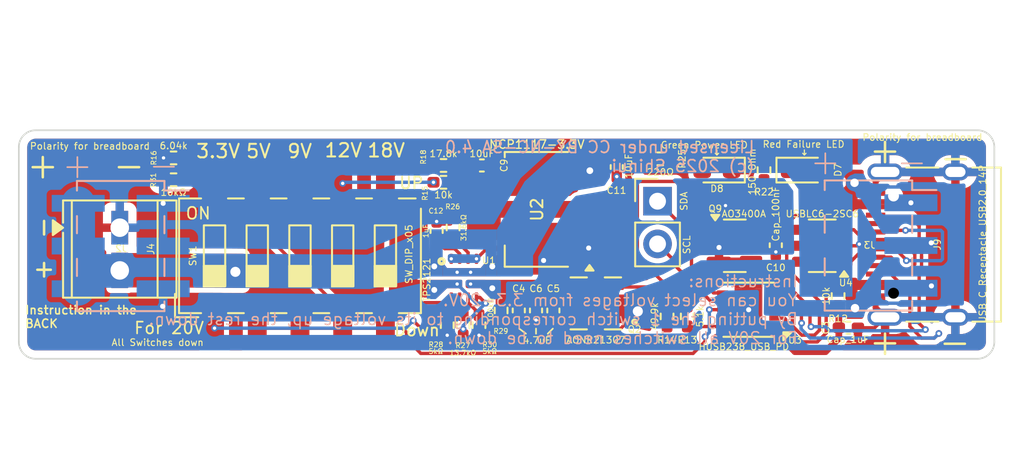
<source format=kicad_pcb>
(kicad_pcb (version 20241229) (generator "pcbnew") (generator_version "9.0")
  (layers (0 "F.Cu" signal) (2 "B.Cu" signal) (13 "F.Paste" user) (15 "B.Paste" user) (5 "F.SilkS" user "F.Silkscreen") (7 "B.SilkS" user "B.Silkscreen") (1 "F.Mask" user) (3 "B.Mask" user) (25 "Edge.Cuts" user))
  (net 0 "")
  (net 1 "GND")
  (net 2 "Net-(U3-VIN)")
  (net 3 "VDD")
  (net 4 "+3.3V")
  (net 5 "/VBUS")
  (net 6 "VCC")
  (net 7 "Net-(U1-SS)")
  (net 8 "Net-(D7-K)")
  (net 9 "Net-(D8-A)")
  (net 10 "Net-(J9-D--PadA7)")
  (net 11 "Net-(J9-D+-PadA6)")
  (net 12 "Net-(J9-CC1)")
  (net 13 "Net-(J9-CC2)")
  (net 14 "SDA 1")
  (net 15 "SCL 1")
  (net 16 "Net-(Q9-D)")
  (net 17 "Net-(Q9-G)")
  (net 18 "Net-(U3-Gate)")
  (net 19 "Net-(R15-Pad2)")
  (net 20 "Net-(R16-Pad2)")
  (net 21 "Net-(R18-Pad2)")
  (net 22 "Net-(U1-ILIM)")
  (net 23 "Net-(U1-OV2)")
  (net 24 "Net-(U1-OV1)")
  (net 25 "/SET")
  (net 26 "Net-(U3-VSET)")
  (net 28 "/USB_P")
  (net 29 "/USB_M")
  (footprint "Capacitor_SMD:C_0402_1005Metric_Pad0.74x0.62mm_HandSolder" (layer "F.Cu") (at 136.78075 116.9225 90)
    (property "Reference" "C5")
    (property "Value" "4.7uF")
  )
  (footprint "Package_DFN_QFN:DFN-10-1EP_3x3mm_P0.5mm_EP1.55x2.48mm" (layer "F.Cu") (at 148.39325 116.8775 180)
    (property "Reference" "U3")
    (property "Value" "HUSB238_USB_PD")
  )
  (footprint "Capacitor_SMD:C_0402_1005Metric_Pad0.74x0.62mm_HandSolder" (layer "F.Cu") (at 134.725 116.92 90)
    (property "Reference" "C4")
    (property "Value" "Cap_4.7uF" (hide yes))
  )
  (footprint "Resistor_SMD:R_0402_1005Metric_Pad0.72x0.64mm_HandSolder" (layer "F.Cu") (at 143.13575 107.905 180)
    (property "Reference" "R25")
    (property "Value" "220Ω")
  )
  (footprint "Resistor_SMD:R_0402_1005Metric_Pad0.72x0.64mm_HandSolder" (layer "F.Cu") (at 130.47 117.7975 90)
    (property "Reference" "R28")
    (property "Value" "5kΩ")
  )
  (footprint "Resistor_SMD:R_0402_1005Metric_Pad0.72x0.64mm_HandSolder" (layer "F.Cu") (at 153.71 116.06 90)
    (property "Reference" "R12")
    (property "Value" "10k")
  )
  (footprint "Package_TO_SOT_SMD:SOT-23-6" (layer "F.Cu") (at 152.76825 113.075 180)
    (property "Reference" "U4")
    (property "Value" "USBLC6-2SC6")
  )
  (footprint "Capacitor_SMD:C_0402_1005Metric_Pad0.74x0.62mm_HandSolder" (layer "F.Cu") (at 129.84 112.1975 -90)
    (property "Reference" "C12")
    (property "Value" "1uF")
  )
  (footprint "Resistor_SMD:R_0402_1005Metric_Pad0.72x0.64mm_HandSolder" (layer "F.Cu") (at 131.42 117.7975 -90)
    (property "Reference" "R27")
    (property "Value" "13.7kΩ")
  )
  (footprint "Capacitor_SMD:C_0402_1005Metric_Pad0.74x0.62mm_HandSolder" (layer "F.Cu") (at 150.00575 113.0425 90)
    (property "Reference" "C10")
    (property "Value" "Cap_100nF")
  )
  (footprint "Resistor_SMD:R_0402_1005Metric_Pad0.72x0.64mm_HandSolder" (layer "F.Cu") (at 144.74325 117.275 90)
    (property "Reference" "R13")
    (property "Value" "5.1k")
  )
  (footprint "Package_TO_SOT_SMD:SOT-23" (layer "F.Cu") (at 147.56825 113.075)
    (property "Reference" "Q9")
    (property "Value" "AO3400A")
  )
  (footprint "Connector_USB:USB_C_Receptacle_XKB_U262-16XN-4BVC11" (layer "F.Cu") (at 159.61075 113.005 90)
    (property "Reference" "J9")
    (property "Value" "USB_C_Receptacle_USB2.0_14P")
  )
  (footprint "Resistor_SMD:R_0402_1005Metric_Pad0.72x0.64mm_HandSolder" (layer "F.Cu") (at 130.25 108.3 180)
    (property "Reference" "R18")
    (property "Value" "17.8k")
  )
  (footprint "Resistor_SMD:R_0402_1005Metric_Pad0.72x0.64mm_HandSolder" (layer "F.Cu") (at 133.675 116.9225 90)
    (property "Reference" "R29")
    (property "Value" "100kΩ")
  )
  (footprint "LED_SMD:LED_0603_1608Metric_Pad1.05x0.95mm_HandSolder" (layer "F.Cu") (at 146.50575 108.575 180)
    (property "Reference" "D8")
    (property "Value" "Green Power LED")
  )
  (footprint "Resistor_SMD:R_0402_1005Metric_Pad0.72x0.64mm_HandSolder" (layer "F.Cu") (at 143.54325 117.275 -90)
    (property "Reference" "R14")
    (property "Value" "49.9k")
  )
  (footprint "Resistor_SMD:R_0402_1005Metric_Pad0.72x0.64mm_HandSolder" (layer "F.Cu") (at 149.30575 108.5725 -90)
    (property "Reference" "R22")
    (property "Value" "150 Ohm")
  )
  (footprint "Resistor_SMD:R_0402_1005Metric_Pad0.72x0.64mm_HandSolder" (layer "F.Cu") (at 114.2 107.85)
    (property "Reference" "R16")
    (property "Value" "6.04k")
  )
  (footprint "Capacitor_SMD:C_0402_1005Metric_Pad0.74x0.62mm_HandSolder" (layer "F.Cu") (at 135.75 116.9225 90)
    (property "Reference" "C6")
    (property "Value" "Cap_4.7uF" (hide yes))
  )
  (footprint "tps2121:IC_TPS2121RUXR" (layer "F.Cu") (at 131.46 115)
    (property "Reference" "U1")
    (property "Value" "TPS2121")
  )
  (footprint "Capacitor_SMD:C_0402_1005Metric_Pad0.74x0.62mm_HandSolder" (layer "F.Cu") (at 132.53 108.3)
    (property "Reference" "C9")
    (property "Value" "10uF")
  )
  (footprint "Package_TO_SOT_SMD:SOT-223-3_TabPin2" (layer "F.Cu") (at 135.8 110.91 180)
    (property "Reference" "U2")
    (property "Value" "NCP1117-3.3V")
  )
  (footprint "LED_SMD:LED_0603_1608Metric_Pad1.05x0.95mm_HandSolder" (layer "F.Cu") (at 151.70575 108.575)
    (property "Reference" "D7")
    (property "Value" "Red Failure LED")
  )
  (footprint "Button_Switch_SMD:SW_DIP_SPSTx05_Slide_6.7x14.26mm_W8.61mm_P2.54mm_LowProfile" (layer "F.Cu") (at 121.71575 113.67 90)
    (property "Reference" "SW1")
    (property "Value" "SW_DIP_x05")
  )
  (footprint "Resistor_SMD:R_0402_1005Metric_Pad0.72x0.64mm_HandSolder" (layer "F.Cu") (at 114.2 109.15 180)
    (property "Reference" "R31")
    (property "Value" "10kΩ")
  )
  (footprint "Capacitor_SMD:C_0402_1005Metric_Pad0.74x0.62mm_HandSolder" (layer "F.Cu") (at 154.3225 117.95 180)
    (property "Reference" "C3")
    (property "Value" "Cap_1uF")
  )
  (footprint "AONR21307:TRANS_AONR21307" (layer "F.Cu") (at 139.30575 116.5 180)
    (property "Reference" "Q2")
    (property "Value" "AONR21307")
  )
  (footprint "Capacitor_SMD:C_0402_1005Metric_Pad0.74x0.62mm_HandSolder" (layer "F.Cu") (at 140.55 108.3925 -90)
    (property "Reference" "C11")
    (property "Value" "10uF")
  )
  (footprint "TerminalBlock_TE-Connectivity:TerminalBlock_TE_282834-2_1x02_P2.54mm_Horizontal" (layer "F.Cu") (at 111 112 -90)
    (property "Reference" "J4")
    (property "Value" "Conn_01x02_Pin" (hide yes))
  )
  (footprint "Resistor_SMD:R_0402_1005Metric_Pad0.72x0.64mm_HandSolder" (layer "F.Cu") (at 132.36 117.7975 90)
    (property "Reference" "R30")
    (property "Value" "5kΩ")
  )
  (footprint "Resistor_SMD:R_0402_1005Metric_Pad0.72x0.64mm_HandSolder" (layer "F.Cu") (at 130.82 111.9875 90)
    (property "Reference" "R26")
    (property "Value" "31.6 kΩ")
  )
  (footprint "Connector_PinHeader_2.54mm:PinHeader_1x02_P2.54mm_Vertical" (layer "F.Cu") (at 142.97575 110.425)
    (property "Reference" "N21" (hide yes))
    (property "Value" "Conn_01x02_Pin" (hide yes))
  )
  (footprint "Resistor_SMD:R_0402_1005Metric_Pad0.72x0.64mm_HandSolder" (layer "F.Cu") (at 130.25 109.3 180)
    (property "Reference" "R15")
    (property "Value" "10k")
  )
  (footprint "Connector_PinHeader_2.54mm:PinHeader_2x03_P2.54mm_Vertical_SMD" (layer "B.Cu") (at 111.055 113.09 180)
    (property "Reference" "J2")
    (property "Value" "Conn_02x02_Counter_Clockwise" (hide yes))
  )
  (footprint "Connector_PinHeader_2.54mm:PinHeader_2x03_P2.54mm_Vertical_SMD" (layer "B.Cu") (at 155.515 113.06 180)
    (property "Reference" "J3")
    (property "Value" "Conn_02x02_Counter_Clockwise" (hide yes))
  )
  (gr_line (start 155.9 107.475) (end 157.1 107.475) (stroke (width 0.15)) (layer "F.SilkS"))
  (gr_line (start 151.70575 107.375) (end 151.70575 107.675) (stroke (width 0.07)) (layer "F.SilkS"))
  (gr_line (start 151.70575 107.675) (end 151.80575 107.575) (stroke (width 0.07)) (layer "F.SilkS"))
  (gr_line (start 156.5 106.9) (end 156.5 108.1) (stroke (width 0.15)) (layer "F.SilkS"))
  (gr_line (start 106.425 107.8) (end 106.425 109) (stroke (width 0.15)) (layer "F.SilkS"))
  (gr_line (start 146.50575 107.675) (end 146.40575 107.575) (stroke (width 0.07)) (layer "F.SilkS"))
  (gr_line (start 151.70575 107.675) (end 151.60575 107.575) (stroke (width 0.07)) (layer "F.SilkS"))
  (gr_line (start 106.5 114.1) (end 106.5 114.9) (stroke (width 0.15)) (layer "F.SilkS"))
  (gr_line (start 146.50575 107.675) (end 146.60575 107.575) (stroke (width 0.07)) (layer "F.SilkS"))
  (gr_line (start 135.15 118.3) (end 134.75 118) (stroke (width 0.1)) (layer "F.SilkS"))
  (gr_line (start 155.9 118.875) (end 157.1 118.875) (stroke (width 0.15)) (layer "F.SilkS"))
  (gr_line (start 160.1 107.925) (end 161.3 107.925) (stroke (width 0.15)) (layer "F.SilkS"))
  (gr_line (start 136.45 118.3) (end 136.75 118) (stroke (width 0.1)) (layer "F.SilkS"))
  (gr_line (start 135.75 118.3) (end 135.75 118) (stroke (width 0.1)) (layer "F.SilkS"))
  (gr_line (start 160.05 118.9) (end 161.25 118.9) (stroke (width 0.15)) (layer "F.SilkS"))
  (gr_line (start 110.95 108.4) (end 112.15 108.4) (stroke (width 0.15)) (layer "F.SilkS"))
  (gr_line (start 156.5 118.3) (end 156.5 119.5) (stroke (width 0.15)) (layer "F.SilkS"))
  (gr_line (start 106.5 111.6) (end 106.5 112.4) (stroke (width 0.15)) (layer "F.SilkS"))
  (gr_line (start 106.1 114.5) (end 106.9 114.5) (stroke (width 0.15)) (layer "F.SilkS"))
  (gr_line (start 146.50575 107.375) (end 146.50575 107.675) (stroke (width 0.07)) (layer "F.SilkS"))
  (gr_line (start 105.825 108.4) (end 107.025 108.4) (stroke (width 0.15)) (layer "F.SilkS"))
  (gr_line (start 152.95 107.575) (end 152.95 108.775) (stroke (width 0.1)) (layer "B.SilkS"))
  (gr_line (start 157.5 108.175) (end 158.7 108.175) (stroke (width 0.1)) (layer "B.SilkS"))
  (gr_line (start 113.025 108.375) (end 114.225 108.375) (stroke (width 0.1)) (layer "B.SilkS"))
  (gr_line (start 152.35 108.175) (end 153.55 108.175) (stroke (width 0.1)) (layer "B.SilkS"))
  (gr_line (start 107.88 108.4) (end 109.08 108.4) (stroke (width 0.1)) (layer "B.SilkS"))
  (gr_line (start 108.48 107.8) (end 108.48 109) (stroke (width 0.1)) (layer "B.SilkS"))
  (gr_line (start 106 106.207107) (end 162 106.207107) (stroke (width 0.1)) (layer "Edge.Cuts"))
  (gr_line (start 162 119.792905) (end 106 119.792905) (stroke (width 0.1)) (layer "Edge.Cuts"))
  (gr_line (start 163 107.207107) (end 163 118.793) (stroke (width 0.1)) (layer "Edge.Cuts"))
  (gr_line (start 105 118.789738) (end 105 107.207107) (stroke (width 0.1)) (layer "Edge.Cuts"))
  (gr_arc (start 162 106.207107) (mid 162.707107 106.5) (end 163 107.207107) (stroke (width 0.1)) (layer "Edge.Cuts"))
  (gr_arc (start 163 118.792905) (mid 162.707136 119.500041) (end 162 119.792905) (stroke (width 0.1)) (layer "Edge.Cuts"))
  (gr_arc (start 106 119.792905) (mid 105.292905 119.5) (end 105 118.792905) (stroke (width 0.1)) (layer "Edge.Cuts"))
  (gr_arc (start 105 107.207107) (mid 105.29287 106.499978) (end 106 106.207107) (stroke (width 0.1)) (layer "Edge.Cuts"))
  (gr_text "For 20V" (at 111.8 118.375 0) (layer "F.SilkS") (effects (font (size 0.7 0.7) (thickness 0.1)) (justify left bottom)))
  (gr_text "5V" (at 119.25 107.45 0) (layer "F.SilkS") (effects (font (size 0.8 0.8) (thickness 0.12))))
  (gr_text "UP" (at 127.55 109.75 0) (layer "F.SilkS") (effects (font (size 0.7 0.7) (thickness 0.11)) (justify left bottom)))
  (gr_text "12V" (at 124.3 107.4 0) (layer "F.SilkS") (effects (font (size 0.8 0.8) (thickness 0.12))))
  (gr_text "Polarity for breadboard" (at 158.725 106.625 0) (layer "F.SilkS") (effects (font (size 0.4 0.4) (thickness 0.06))))
  (gr_text "9V" (at 121.7 107.45 0) (layer "F.SilkS") (effects (font (size 0.8 0.8) (thickness 0.12))))
  (gr_text "SCL" (at 144.71575 113.015 90) (layer "F.SilkS") (effects (font (size 0.4 0.4) (thickness 0.06))))
  (gr_text "Instruction in the\nBACK" (at 105.325 117.3 0) (layer "F.SilkS") (effects (font (size 0.5 0.5) (thickness 0.09) (bold yes)) (justify left)))
  (gr_text "Down" (at 127.25 118.5 0) (layer "F.SilkS") (effects (font (size 0.7 0.7) (thickness 0.11)) (justify left bottom)))
  (gr_text "3.3V" (at 116.85 107.45 0) (layer "F.SilkS") (effects (font (size 0.8 0.8) (thickness 0.12))))
  (gr_text "Polarity for breadboard" (at 109.225 107.15 0) (layer "F.SilkS") (effects (font (size 0.4 0.4) (thickness 0.06))))
  (gr_text "All Switches down\n" (at 113.25 118.825 0) (layer "F.SilkS") (effects (font (size 0.4 0.4) (thickness 0.06))))
  (gr_text "SDA" (at 144.54575 110.425 90) (layer "F.SilkS") (effects (font (size 0.4 0.4) (thickness 0.06))))
  (gr_text "ON" (at 114.86575 111.555 0) (layer "F.SilkS") (effects (font (size 0.7 0.7) (thickness 0.1)) (justify left bottom)))
  (gr_text "18V" (at 126.84575 107.405 0) (layer "F.SilkS") (effects (font (size 0.8 0.8) (thickness 0.12))))
  (gr_text "Licensed under CC BY-NC-SA 4.0\n(c) 2025 Shinui\n" (at 148.8 108.744988 0) (layer "B.SilkS") (effects (font (size 0.7 0.7) (thickness 0.1)) (justify left bottom mirror)))
  (gr_text "Instructions:\nYou can select voltages from 3.3-20V.\nBy putting the 1 switch corresponding to its voltage up, the rest down.\nFor 20V all switches need to be down. \n" (at 151.375 118.975 0) (layer "B.SilkS") (effects (font (size 0.7 0.7) (thickness 0.0875)) (justify left bottom mirror)))
  (segment (start 155.94075 109.25) (end 156.50575 108.685) (width 0.35) (layer "F.Cu") (net 1))
  (segment (start 154.97 112.98) (end 154.91 112.98) (width 0.2) (layer "F.Cu") (net 1))
  (segment (start 148.39325 118.3375) (end 148.39325 116.8775) (width 0.8) (layer "F.Cu") (net 1))
  (segment (start 155.94075 109.655) (end 155.94075 109.929) (width 0.35) (layer "F.Cu") (net 1))
  (segment (start 150.01 113.60575) (end 150.00575 113.61) (width 0.2) (layer "F.Cu") (net 1))
  (segment (start 147.66925 112.465968) (end 146.960216 113.175002) (width 0.2) (layer "F.Cu") (net 1))
  (segment (start 155.94075 116.355) (end 155.94075 116.081) (width 0.35) (layer "F.Cu") (net 1))
  (segment (start 146.63075 113.175002) (end 146.63075 114.025) (width 0.4) (layer "F.Cu") (net 1))
  (segment (start 155.88075 117.95) (end 156.50575 117.325) (width 0.2) (layer "F.Cu") (net 1))
  (segment (start 154.91 112.98) (end 154.815 113.075) (width 0.2) (layer "F.Cu") (net 1))
  (segment (start 148.39325 115.4475) (end 148.39575 115.445) (width 0.8) (layer "F.Cu") (net 1))
  (segment (start 148.39325 116.8775) (end 148.39325 115.4475) (width 0.8) (layer "F.Cu") (net 1))
  (segment (start 130.82 111.39) (end 130.08 111.39) (width 0.2) (layer "F.Cu") (net 1))
  (segment (start 136.2 113.95) (end 135 113.95) (width 0.2) (layer "F.Cu") (net 1))
  (segment (start 134.35 113.3) (end 132.76 113.3) (width 0.2) (layer "F.Cu") (net 1))
  (segment (start 134.725 117.4875) (end 135.7475 117.4875) (width 0.2) (layer "F.Cu") (net 1))
  (segment (start 154.89 117.95) (end 155.88075 117.95) (width 0.2) (layer "F.Cu") (net 1))
  (segment (start 146.960216 113.175002) (end 146.63075 113.175002) (width 0.2) (layer "F.Cu") (net 1))
  (segment (start 155.94075 109.655) (end 155.94075 109.25) (width 0.35) (layer "F.Cu") (net 1))
  (segment (start 135 113.95) (end 134.35 113.3) (width 0.2) (layer "F.Cu") (net 1))
  (segment (start 135.7475 117.4875) (end 135.75 117.49) (width 0.2) (layer "F.Cu") (net 1))
  (segment (start 147.66925 111.3385) (end 147.66925 112.465968) (width 0.2) (layer "F.Cu") (net 1))
  (segment (start 155.94075 116.76) (end 156.50575 117.325) (width 0.35) (layer "F.Cu") (net 1))
  (segment (start 136.78075 117.49) (end 135.75 117.49) (width 0.2) (layer "F.Cu") (net 1))
  (segment (start 148.39325 118.3375) (end 148.38575 118.345) (width 0.8) (layer "F.Cu") (net 1))
  (segment (start 150.01 113.44) (end 150.01 113.60575) (width 0.2) (layer "F.Cu") (net 1))
  (segment (start 147.01575 110.685) (end 147.66925 111.3385) (width 0.2) (layer "F.Cu") (net 1))
  (segment (start 132.76 113.3) (end 132.21 113.85) (width 0.2) (layer "F.Cu") (net 1))
  (segment (start 155.94075 116.355) (end 155.94075 116.76) (width 0.35) (layer "F.Cu") (net 1))
  (segment (start 113.6025 109.15) (end 113.6025 107.85) (width 0.2) (layer "F.Cu") (net 1))
  (segment (start 154.815 113.075) (end 153.90575 113.075) (width 0.2) (layer "F.Cu") (net 1))
  (segment (start 130.08 111.39) (end 129.84 111.63) (width 0.2) (layer "F.Cu") (net 1))
  (via (at 140.55 108.96) (size 0.4) (drill 0.2) (layers "F.Cu" "B.Cu") (net 1))
  (via (at 159.25 112.9) (size 0.6) (drill 0.3) (layers "F.Cu" "B.Cu") (net 1))
  (via (at 113.55 116.675) (size 0.6) (drill 0.3) (layers "F.Cu" "B.Cu") (net 1))
  (via (at 132.36 118.395) (size 0.4) (drill 0.2) (layers "F.Cu" "B.Cu") (net 1))
  (via (at 154.97 112.98) (size 0.4) (drill 0.2) (layers "F.Cu" "B.Cu") (net 1))
  (via (at 130.71 113.85) (size 0.4) (drill 0.2) (layers "F.Cu" "B.Cu") (net 1))
  (via (at 147.01575 110.685) (size 0.4) (drill 0.2) (layers "F.Cu" "B.Cu") (net 1))
  (via (at 150.01 113.44) (size 0.4) (drill 0.2) (layers "F.Cu" "B.Cu") (net 1))
  (via (at 113.6025 107.85) (size 0.4) (drill 0.2) (layers "F.Cu" "B.Cu") (net 1))
  (via (at 130.47 118.395) (size 0.4) (drill 0.2) (layers "F.Cu" "B.Cu") (net 1))
  (via (at 129.84 111.63) (size 0.4) (drill 0.2) (layers "F.Cu" "B.Cu") (net 1))
  (via (at 158.04 110.52) (size 0.6) (drill 0.3) (layers "F.Cu" "B.Cu") (net 1))
  (via (at 132.21 113.85) (size 0.4) (drill 0.2) (layers "F.Cu" "B.Cu") (net 1))
  (via (at 138.88 113.21) (size 0.6) (drill 0.3) (layers "F.Cu" "B.Cu") (net 1))
  (via (at 136.2 113.95) (size 0.6) (drill 0.3) (layers "F.Cu" "B.Cu") (net 1))
  (via (at 159.26 115.46) (size 0.6) (drill 0.3) (layers "F.Cu" "B.Cu") (net 1))
  (via (at 148.39325 116.8775) (size 0.6) (drill 0.3) (layers "F.Cu" "B.Cu") (net 1))
  (via (at 113.58 110.55) (size 0.6) (drill 0.3) (layers "F.Cu" "B.Cu") (net 1))
  (via (at 146.63075 113.175002) (size 0.6) (drill 0.3) (layers "F.Cu" "B.Cu") (net 1))
  (via (at 135.75 117.49) (size 0.4) (drill 0.2) (layers "F.Cu" "B.Cu") (net 1))
  (segment (start 113.58 115.63) (end 113.58 116.645) (width 0.5) (layer "B.Cu") (net 1))
  (segment (start 113.58 116.645) (end 113.55 116.675) (width 0.5) (layer "B.Cu") (net 1))
  (segment (start 142.65 111.7) (end 143.3 111.7) (width 0.2) (layer "B.Cu") (net 1))
  (segment (start 143.3 111.7) (end 143.325 111.725) (width 0.2) (layer "B.Cu") (net 1))
  (segment (start 154.97 112.98) (end 155.05 113.06) (width 0.2) (layer "B.Cu") (net 1))
  (segment (start 155.05 113.06) (end 158.04 113.06) (width 0.2) (layer "B.Cu") (net 1))
  (segment (start 149.94325 117.8775) (end 149.94325 118.16325) (width 0.4) (layer "F.Cu") (net 2))
  (segment (start 151.15 119.37) (end 152.96 119.37) (width 0.4) (layer "F.Cu") (net 2))
  (segment (start 153.755 118.575) (end 153.755 117.95) (width 0.4) (layer "F.Cu") (net 2))
  (segment (start 153.755 117.95) (end 153.755 116.7025) (width 0.4) (layer "F.Cu") (net 2))
  (segment (start 149.94325 118.16325) (end 151.15 119.37) (width 0.4) (layer "F.Cu") (net 2))
  (segment (start 153.755 116.7025) (end 153.71 116.6575) (width 0.4) (layer "F.Cu") (net 2))
  (segment (start 152.96 119.37) (end 153.755 118.575) (width 0.4) (layer "F.Cu") (net 2))
  (via (at 133.15 115.6) (size 0.7) (drill 0.35) (layers "F.Cu" "B.Cu") (net 3))
  (segment (start 139.758098 110.91) (end 138.95 110.91) (width 0.4) (layer "F.Cu") (net 4))
  (segment (start 131.42 118.03) (end 131.42 118.395) (width 0.2) (layer "F.Cu") (net 4))
  (segment (start 131.9625 108.3) (end 131.9625 110.2225) (width 0.4) (layer "F.Cu") (net 4))
  (segment (start 132.412838 116.15) (end 132.752645 116.489807) (width 0.2) (layer "F.Cu") (net 4))
  (segment (start 131.9625 110.2225) (end 132.65 110.91) (width 0.4) (layer "F.Cu") (net 4))
  (segment (start 132.65 110.91) (end 138.95 110.91) (width 1) (layer "F.Cu") (net 4))
  (segment (start 142.180751 107.905) (end 141.261 108.824751) (width 0.4) (layer "F.Cu") (net 4))
  (segment (start 132.21 116.15) (end 132.412838 116.15) (width 0.2) (layer "F.Cu") (net 4))
  (segment (start 141.261 108.824751) (end 141.261 109.407098) (width 0.4) (layer "F.Cu") (net 4))
  (segment (start 142.53825 107.905) (end 142.180751 107.905) (width 0.4) (layer "F.Cu") (net 4))
  (segment (start 141.261 109.407098) (end 139.758098 110.91) (width 0.4) (layer "F.Cu") (net 4))
  (via (at 129.7 115.7) (size 0.7) (drill 0.35) (layers "F.Cu" "B.Cu") (net 4))
  (via (at 132.752645 116.489807) (size 0.4) (drill 0.2) (layers "F.Cu" "B.Cu") (net 4))
  (via (at 131.42 118.03) (size 0.4) (drill 0.2) (layers "F.Cu" "B.Cu") (net 4))
  (segment (start 131.42 118.03) (end 131.42 117.822452) (width 0.2) (layer "B.Cu") (net 4))
  (segment (start 131.42 117.822452) (end 132.752645 116.489807) (width 0.2) (layer "B.Cu") (net 4))
  (segment (start 132.752645 116.489807) (end 132.199807 116.489807) (width 0.2) (layer "B.Cu") (net 4))
  (segment (start 132.199807 116.489807) (end 131.06 115.35) (width 0.2) (layer "B.Cu") (net 4))
  (segment (start 152.74425 114.43425) (end 153.865 115.555) (width 0.5) (layer "F.Cu") (net 5))
  (segment (start 152.68925 113.075) (end 152.74425 113.02) (width 0.2) (layer "F.Cu") (net 5))
  (segment (start 154.717043 116.407043) (end 154.717043 116.78329) (width 0.5) (layer "F.Cu") (net 5))
  (segment (start 140.70575 117.475) (end 141.40575 117.475) (width 0.4) (layer "F.Cu") (net 5))
  (segment (start 140.70575 116.175) (end 141.00575 116.175) (width 0.4) (layer "F.Cu") (net 5))
  (segment (start 153.71 115.4625) (end 153.7725 115.4625) (width 0.2) (layer "F.Cu") (net 5))
  (segment (start 151.63075 113.075) (end 152.68925 113.075) (width 0.2) (layer "F.Cu") (net 5))
  (segment (start 130.0795 119.0535) (end 139.7215 119.0535) (width 0.2) (layer "F.Cu") (net 5))
  (segment (start 151.176975 111.274307) (end 152.74425 111.274307) (width 0.2) (layer "F.Cu") (net 5))
  (segment (start 141.65575 116.825) (end 141.85575 117.025) (width 0.4) (layer "F.Cu") (net 5))
  (segment (start 153.865 115.555) (end 154.717043 116.407043) (width 0.5) (layer "F.Cu") (net 5))
  (segment (start 153.7725 115.4625) (end 153.865 115.555) (width 0.2) (layer "F.Cu") (net 5))
  (segment (start 150.00575 112.475) (end 150.00575 112.445532) (width 0.2) (layer "F.Cu") (net 5))
  (segment (start 152.74425 111.274307) (end 152.74425 113.02) (width 0.5) (layer "F.Cu") (net 5))
  (segment (start 152.74425 113.02) (end 152.74425 114.43425) (width 0.5) (layer "F.Cu") (net 5))
  (segment (start 153.931879 108.575) (end 154.687718 109.330839) (width 0.4) (layer "F.Cu") (net 5))
  (segment (start 139.7215 119.0535) (end 141.802875 116.972125) (width 0.2) (layer "F.Cu") (net 5))
  (segment (start 150.00575 112.445532) (end 151.176975 111.274307) (width 0.2) (layer "F.Cu") (net 5))
  (segment (start 130.0795 119.0535) (end 129.9785 119.0535) (width 0.2) (layer "F.Cu") (net 5))
  (segment (start 142.69575 117.025) (end 143.54325 117.8725) (width 0.4) (layer "F.Cu") (net 5))
  (segment (start 152.58075 108.575) (end 153.931879 108.575) (width 0.4) (layer "F.Cu") (net 5))
  (segment (start 154.687718 109.330839) (end 152.74425 111.274307) (width 0.5) (layer "F.Cu") (net 5))
  (segment (start 140.70575 116.825) (end 141.65575 116.825) (width 0.4) (layer "F.Cu") (net 5))
  (segment (start 141.85575 117.025) (end 142.69575 117.025) (width 0.4) (layer "F.Cu") (net 5))
  (segment (start 141.802875 116.972125) (end 141.85575 117.025) (width 0.4) (layer "F.Cu") (net 5))
  (segment (start 129.9785 119.0535) (end 128.45 117.525) (width 0.2) (layer "F.Cu") (net 5))
  (segment (start 141.00575 116.175) (end 141.802875 116.972125) (width 0.4) (layer "F.Cu") (net 5))
  (segment (start 141.40575 117.475) (end 141.85575 117.025) (width 0.4) (layer "F.Cu") (net 5))
  (via (at 141.802875 116.972125) (size 1.2) (drill 0.6) (layers "F.Cu" "B.Cu") (net 5))
  (via (at 116.63575 117.975) (size 0.4) (drill 0.2) (layers "F.Cu" "B.Cu") (net 5))
  (via (at 128.45 117.525) (size 0.4) (drill 0.2) (layers "F.Cu" "B.Cu") (net 5))
  (via (at 154.717043 116.78329) (size 1) (drill 0.5) (layers "F.Cu" "B.Cu") (net 5))
  (via (at 154.687718 109.330839) (size 1) (drill 0.5) (layers "F.Cu" "B.Cu") (net 5))
  (segment (start 116.63575 117.975) (end 128 117.975) (width 0.2) (layer "B.Cu") (net 5))
  (segment (start 128 117.975) (end 128.45 117.525) (width 0.2) (layer "B.Cu") (net 5))
  (segment (start 156.61 116.49) (end 157.43 116.49) (width 0.2) (layer "B.Cu") (net 5))
  (segment (start 156.59 109.58) (end 157.41 109.58) (width 0.2) (layer "B.Cu") (net 5))
  (segment (start 138.95 108.61) (end 139.735 107.825) (width 0.5) (layer "F.Cu") (net 6))
  (segment (start 139.735 107.825) (end 140.55 107.825) (width 0.5) (layer "F.Cu") (net 6))
  (via (at 117.875 114.625) (size 1.2) (drill 0.6) (layers "F.Cu" "B.Cu") (net 6))
  (via (at 133.15 114.3) (size 0.7) (drill 0.35) (layers "F.Cu" "B.Cu") (net 6))
  (via (at 129.7 114.3) (size 0.7) (drill 0.35) (layers "F.Cu" "B.Cu") (net 6))
  (via (at 138.95 108.61) (size 0.8) (drill 0.4) (layers "F.Cu" "B.Cu") (net 6))
  (segment (start 108.53 114.57) (end 110.804 114.57) (width 2) (layer "B.Cu") (net 6))
  (segment (start 108.53 114.57) (end 108.53 115.63) (width 2) (layer "B.Cu") (net 6))
  (segment (start 108.53 110.55) (end 108.53 114.57) (width 2) (layer "B.Cu") (net 6))
  (segment (start 110.804 114.57) (end 110.804 114.58) (width 2) (layer "B.Cu") (net 6))
  (segment (start 130.9025 113.2435) (end 131.21 113.551) (width 0.2) (layer "F.Cu") (net 7))
  (segment (start 129.84 112.765) (end 130.3185 113.2435) (width 0.2) (layer "F.Cu") (net 7))
  (segment (start 131.21 113.551) (end 131.21 113.85) (width 0.2) (layer "F.Cu") (net 7))
  (segment (start 130.3185 113.2435) (end 130.9025 113.2435) (width 0.2) (layer "F.Cu") (net 7))
  (segment (start 149.30575 107.975) (end 150.23075 107.975) (width 0.4) (layer "F.Cu") (net 8))
  (segment (start 150.23075 107.975) (end 150.83075 108.575) (width 0.4) (layer "F.Cu") (net 8))
  (segment (start 144.96075 107.905) (end 145.63075 108.575) (width 0.4) (layer "F.Cu") (net 9))
  (segment (start 143.73325 107.905) (end 144.96075 107.905) (width 0.4) (layer "F.Cu") (net 9))
  (segment (start 155.94075 112.755) (end 157.454271 112.755) (width 0.2) (layer "F.Cu") (net 10))
  (segment (start 154.645 112.125) (end 155.275 112.755) (width 0.2) (layer "F.Cu") (net 10))
  (segment (start 157.562479 114.461002) (end 157.977521 114.461002) (width 0.2) (layer "F.Cu") (net 10))
  (segment (start 153.90575 112.125) (end 154.645 112.125) (width 0.2) (layer "F.Cu") (net 10))
  (segment (start 155.275 112.755) (end 155.94075 112.755) (width 0.2) (layer "F.Cu") (net 10))
  (segment (start 156.856477 113.755) (end 157.562479 114.461002) (width 0.2) (layer "F.Cu") (net 10))
  (segment (start 155.94075 113.755) (end 156.856477 113.755) (width 0.2) (layer "F.Cu") (net 10))
  (segment (start 158.271 114.167523) (end 158.271 113.571729) (width 0.2) (layer "F.Cu") (net 10))
  (segment (start 158.271 113.571729) (end 157.454271 112.755) (width 0.2) (layer "F.Cu") (net 10))
  (segment (start 157.977521 114.461002) (end 158.271 114.167523) (width 0.2) (layer "F.Cu") (net 10))
  (segment (start 157.72 112.159998) (end 157.270002 112.159998) (width 0.2) (layer "F.Cu") (net 11))
  (segment (start 157.77 113.960002) (end 157.77 113.92) (width 0.2) (layer "F.Cu") (net 11))
  (segment (start 157.270002 112.159998) (end 157.175 112.255) (width 0.2) (layer "F.Cu") (net 11))
  (segment (start 154.455375 114.025) (end 155.225375 113.255) (width 0.2) (layer "F.Cu") (net 11))
  (segment (start 157.105 113.255) (end 155.94075 113.255) (width 0.2) (layer "F.Cu") (net 11))
  (segment (start 153.90575 114.025) (end 154.455375 114.025) (width 0.2) (layer "F.Cu") (net 11))
  (segment (start 157.175 112.255) (end 155.94075 112.255) (width 0.2) (layer "F.Cu") (net 11))
  (segment (start 157.77 113.92) (end 157.105 113.255) (width 0.2) (layer "F.Cu") (net 11))
  (segment (start 155.225375 113.255) (end 155.94075 113.255) (width 0.2) (layer "F.Cu") (net 11))
  (via (at 157.72 112.159998) (size 0.4) (drill 0.2) (layers "F.Cu" "B.Cu") (net 11))
  (via (at 157.77 113.960002) (size 0.4) (drill 0.2) (layers "F.Cu" "B.Cu") (net 11))
  (segment (start 159.916 113.861) (end 159.816998 113.960002) (width 0.2) (layer "B.Cu") (net 11))
  (segment (start 157.72 112.159998) (end 157.720002 112.16) (width 0.2) (layer "B.Cu") (net 11))
  (segment (start 159.817 112.16) (end 159.916 112.259) (width 0.2) (layer "B.Cu") (net 11))
  (segment (start 159.816998 113.960002) (end 157.77 113.960002) (width 0.2) (layer "B.Cu") (net 11))
  (segment (start 159.916 112.259) (end 159.916 113.861) (width 0.2) (layer "B.Cu") (net 11))
  (segment (start 157.720002 112.16) (end 159.817 112.16) (width 0.2) (layer "B.Cu") (net 11))
  (segment (start 155.94075 114.255) (end 156.08975 114.404) (width 0.2) (layer "F.Cu") (net 12))
  (segment (start 156.08975 114.404) (end 156.71675 114.404) (width 0.2) (layer "F.Cu") (net 12))
  (segment (start 158.671 118.561) (end 159.429 118.561) (width 0.2) (layer "F.Cu") (net 12))
  (segment (start 156.71675 114.62675) (end 157.98 115.89) (width 0.2) (layer "F.Cu") (net 12))
  (segment (start 157.98 115.89) (end 157.98 117.87) (width 0.2) (layer "F.Cu") (net 12))
  (segment (start 159.429 118.561) (end 159.7 118.29) (width 0.2) (layer "F.Cu") (net 12))
  (segment (start 157.98 117.87) (end 158.671 118.561) (width 0.2) (layer "F.Cu") (net 12))
  (segment (start 151.53 117.663727) (end 151.54 117.673727) (width 0.2) (layer "F.Cu") (net 12))
  (segment (start 156.71675 114.404) (end 156.71675 114.62675) (width 0.2) (layer "F.Cu") (net 12))
  (segment (start 151.53 116.83) (end 151.0775 116.3775) (width 0.2) (layer "F.Cu") (net 12))
  (segment (start 151.53 116.83) (end 151.53 117.663727) (width 0.2) (layer "F.Cu") (net 12))
  (segment (start 151.0775 116.3775) (end 149.94325 116.3775) (width 0.2) (layer "F.Cu") (net 12))
  (via (at 159.7 118.29) (size 0.4) (drill 0.2) (layers "F.Cu" "B.Cu") (net 12))
  (via (at 151.54 117.673727) (size 0.4) (drill 0.2) (layers "F.Cu" "B.Cu") (net 12))
  (segment (start 151.54 117.673727) (end 151.510541 117.703186) (width 0.2) (layer "B.Cu") (net 12))
  (segment (start 159.429 118.561) (end 159.7 118.29) (width 0.2) (layer "B.Cu") (net 12))
  (segment (start 151.510541 117.703186) (end 151.510541 118.0216) (width 0.2) (layer "B.Cu") (net 12))
  (segment (start 151.510541 118.0216) (end 152.049941 118.561) (width 0.2) (layer "B.Cu") (net 12))
  (segment (start 152.049941 118.561) (end 159.429 118.561) (width 0.2) (layer "B.Cu") (net 12))
  (segment (start 152.04 116.77) (end 151.1475 115.8775) (width 0.2) (layer "F.Cu") (net 13))
  (segment (start 158.672 114.001423) (end 158.672 114.333623) (width 0.2) (layer "F.Cu") (net 13))
  (segment (start 155.94075 111.255) (end 156.01075 111.325) (width 0.2) (layer "F.Cu") (net 13))
  (segment (start 158.53 111.9) (end 158.53 113.263629) (width 0.2) (layer "F.Cu") (net 13))
  (segment (start 152.04 117.78562) (end 152.04 116.77) (width 0.2) (layer "F.Cu") (net 13))
  (segment (start 158.53 114.475623) (end 158.53 117.69) (width 0.2) (layer "F.Cu") (net 13))
  (segment (start 158.672 114.333623) (end 158.53 114.475623) (width 0.2) (layer "F.Cu") (net 13))
  (segment (start 152.100382 117.888144) (end 152.100382 117.846002) (width 0.2) (layer "F.Cu") (net 13))
  (segment (start 158.672 113.737829) (end 158.672 114.001423) (width 0.2) (layer "F.Cu") (net 13))
  (segment (start 158.672 113.405629) (end 158.672 113.737829) (width 0.2) (layer "F.Cu") (net 13))
  (segment (start 156.01075 111.325) (end 157.955 111.325) (width 0.2) (layer "F.Cu") (net 13))
  (segment (start 158.53 113.263629) (end 158.672 113.405629) (width 0.2) (layer "F.Cu") (net 13))
  (segment (start 151.1475 115.8775) (end 149.94325 115.8775) (width 0.2) (layer "F.Cu") (net 13))
  (segment (start 152.100382 117.846002) (end 152.04 117.78562) (width 0.2) (layer "F.Cu") (net 13))
  (segment (start 157.955 111.325) (end 158.53 111.9) (width 0.2) (layer "F.Cu") (net 13))
  (segment (start 158.53 117.69) (end 158.9 118.06) (width 0.2) (layer "F.Cu") (net 13))
  (via (at 152.100382 117.888144) (size 0.4) (drill 0.2) (layers "F.Cu" "B.Cu") (net 13))
  (via (at 158.9 118.06) (size 0.4) (drill 0.2) (layers "F.Cu" "B.Cu") (net 13))
  (segment (start 153.215271 118.126) (end 158.834 118.126) (width 0.2) (layer "B.Cu") (net 13))
  (segment (start 152.100382 117.888144) (end 152.977415 117.888144) (width 0.2) (layer "B.Cu") (net 13))
  (segment (start 158.834 118.126) (end 158.9 118.06) (width 0.2) (layer "B.Cu") (net 13))
  (segment (start 152.977415 117.888144) (end 153.215271 118.126) (width 0.2) (layer "B.Cu") (net 13))
  (segment (start 146.84325 115.8775) (end 146.30825 115.8775) (width 0.2) (layer "F.Cu") (net 14))
  (segment (start 144.99425 112.4435) (end 142.97575 110.425) (width 0.2) (layer "F.Cu") (net 14))
  (segment (start 146.30825 115.8775) (end 144.99425 114.5635) (width 0.2) (layer "F.Cu") (net 14))
  (segment (start 144.99425 114.5635) (end 144.99425 112.4435) (width 0.2) (layer "F.Cu") (net 14))
  (segment (start 146.14325 116.3775) (end 143.84325 114.0775) (width 0.2) (layer "F.Cu") (net 15))
  (segment (start 143.84325 114.0775) (end 143.84325 113.8325) (width 0.2) (layer "F.Cu") (net 15))
  (segment (start 146.84325 116.3775) (end 146.14325 116.3775) (width 0.2) (layer "F.Cu") (net 15))
  (segment (start 143.84325 113.8325) (end 142.97575 112.965) (width 0.2) (layer "F.Cu") (net 15))
  (segment (start 149.30575 109.17) (end 149.30575 110.675) (width 0.35) (layer "F.Cu") (net 16))
  (segment (start 149.30575 110.675) (end 148.50575 111.475) (width 0.35) (layer "F.Cu") (net 16))
  (segment (start 148.50575 111.475) (end 148.50575 113.075) (width 0.35) (layer "F.Cu") (net 16))
  (segment (start 143.54325 116.4625) (end 142.60575 115.525) (width 0.2) (layer "F.Cu") (net 17))
  (segment (start 141.775 109.32375) (end 141.84875 109.25) (width 0.2) (layer "F.Cu") (net 17))
  (segment (start 141.775 113.70925) (end 141.775 109.32375) (width 0.2) (layer "F.Cu") (net 17))
  (segment (start 144.74325 116.6775) (end 143.54325 116.6775) (width 0.2) (layer "F.Cu") (net 17))
  (segment (start 144.055749 109.25) (end 146.63075 111.825001) (width 0.2) (layer "F.Cu") (net 17))
  (segment (start 144.74325 116.6775) (end 141.775 113.70925) (width 0.2) (layer "F.Cu") (net 17))
  (segment (start 141.84875 109.25) (end 144.055749 109.25) (width 0.2) (layer "F.Cu") (net 17))
  (segment (start 146.63075 111.825001) (end 146.63075 112.125) (width 0.2) (layer "F.Cu") (net 17))
  (segment (start 143.54325 116.6775) (end 143.54325 116.4625) (width 0.2) (layer "F.Cu") (net 17))
  (segment (start 142.60575 115.525) (end 140.70575 115.525) (width 0.2) (layer "F.Cu") (net 17))
  (segment (start 144.74825 117.8775) (end 144.74325 117.8725) (width 0.2) (layer "F.Cu") (net 18))
  (segment (start 146.84325 117.8775) (end 144.74825 117.8775) (width 0.2) (layer "F.Cu") (net 18))
  (via (at 124.25575 109.365) (size 0.4) (drill 0.2) (layers "F.Cu" "B.Cu") (net 19))
  (via (at 129.6525 109.3) (size 0.4) (drill 0.2) (layers "F.Cu" "B.Cu") (net 19))
  (segment (start 124.32075 109.3) (end 124.25575 109.365) (width 0.2) (layer "B.Cu") (net 19))
  (segment (start 129.6525 109.3) (end 124.32075 109.3) (width 0.2) (layer "B.Cu") (net 19))
  (segment (start 120.19475 107.844) (end 114.8035 107.844) (width 0.2) (layer "F.Cu") (net 20))
  (segment (start 114.8035 107.844) (end 114.7975 107.85) (width 0.2) (layer "F.Cu") (net 20))
  (segment (start 121.71575 109.365) (end 120.19475 107.844) (width 0.2) (layer "F.Cu") (net 20))
  (segment (start 129.6525 108.3) (end 127.86075 108.3) (width 0.2) (layer "F.Cu") (net 21))
  (segment (start 127.86075 108.3) (end 126.79575 109.365) (width 0.2) (layer "F.Cu") (net 21))
  (segment (start 130.82 112.585) (end 131.71 113.475) (width 0.2) (layer "F.Cu") (net 22))
  (segment (start 131.71 113.475) (end 131.71 113.85) (width 0.2) (layer "F.Cu") (net 22))
  (segment (start 130.47 117.2) (end 131.42 117.2) (width 0.2) (layer "F.Cu") (net 23))
  (segment (start 131.21 116.99) (end 131.21 116.15) (width 0.2) (layer "F.Cu") (net 23))
  (segment (start 131.42 117.2) (end 131.21 116.99) (width 0.2) (layer "F.Cu") (net 23))
  (segment (start 131.71 116.15) (end 131.71 116.45) (width 0.2) (layer "F.Cu") (net 24))
  (segment (start 132.68 117.52) (end 132.36 117.2) (width 0.2) (layer "F.Cu") (net 24))
  (segment (start 133.675 117.52) (end 132.68 117.52) (width 0.2) (layer "F.Cu") (net 24))
  (segment (start 132.36 117.1) (end 132.36 117.2) (width 0.2) (layer "F.Cu") (net 24))
  (segment (start 131.71 116.45) (end 132.36 117.1) (width 0.2) (layer "F.Cu") (net 24))
  (segment (start 130.406 116.454) (end 130.71 116.15) (width 0.2) (layer "F.Cu") (net 25))
  (segment (start 123.72475 116.454) (end 130.406 116.454) (width 0.2) (layer "F.Cu") (net 25))
  (segment (start 116.63575 109.365) (end 123.72475 116.454) (width 0.2) (layer "F.Cu") (net 25))
  (segment (start 116.42075 109.15) (end 116.63575 109.365) (width 0.2) (layer "F.Cu") (net 25))
  (segment (start 114.7975 109.15) (end 116.42075 109.15) (width 0.2) (layer "F.Cu") (net 25))
  (segment (start 146.05575 116.875) (end 146.84075 116.875) (width 0.2) (layer "F.Cu") (net 26))
  (segment (start 128.05 118.225) (end 128.05 118.625) (width 0.2) (layer "F.Cu") (net 26))
  (segment (start 146.84075 116.875) (end 146.84325 116.8775) (width 0.2) (layer "F.Cu") (net 26))
  (segment (start 128.9 119.475) (end 145.08544 119.475) (width 0.2) (layer "F.Cu") (net 26))
  (segment (start 127.8 117.975) (end 128.05 118.225) (width 0.2) (layer "F.Cu") (net 26))
  (segment (start 145.8 118.48) (end 145.8 118.763095) (width 0.2) (layer "F.Cu") (net 26))
  (segment (start 128.05 118.625) (end 128.9 119.475) (width 0.2) (layer "F.Cu") (net 26))
  (segment (start 119.17575 117.975) (end 127.8 117.975) (width 0.2) (layer "F.Cu") (net 26))
  (segment (start 145.8 118.763095) (end 145.088095 119.475) (width 0.2) (layer "F.Cu") (net 26))
  (via (at 146.05575 116.875) (size 0.4) (drill 0.2) (layers "F.Cu" "B.Cu") (net 26))
  (via (at 145.8 118.48) (size 0.4) (drill 0.2) (layers "F.Cu" "B.Cu") (net 26))
  (segment (start 146.05575 118.22425) (end 145.8 118.48) (width 0.2) (layer "B.Cu") (net 26))
  (segment (start 146.05575 116.875) (end 146.05575 118.22425) (width 0.2) (layer "B.Cu") (net 26))
  (segment (start 153.002382 118.261765) (end 153.002382 115.847861) (width 0.2) (layer "F.Cu") (net 28))
  (segment (start 150.589 117.998348) (end 151.380796 118.790144) (width 0.2) (layer "F.Cu") (net 28))
  (segment (start 150.589 117.44625) (end 150.589 117.998348) (width 0.2) (layer "F.Cu") (net 28))
  (segment (start 153.002382 115.847861) (end 151.63075 114.476229) (width 0.2) (layer "F.Cu") (net 28))
  (segment (start 152.474003 118.790144) (end 153.002382 118.261765) (width 0.2) (layer "F.Cu") (net 28))
  (segment (start 151.63075 114.476229) (end 151.63075 114.025) (width 0.2) (layer "F.Cu") (net 28))
  (segment (start 151.380796 118.790144) (end 152.474003 118.790144) (width 0.2) (layer "F.Cu") (net 28))
  (segment (start 150.52025 117.3775) (end 150.589 117.44625) (width 0.2) (layer "F.Cu") (net 28))
  (segment (start 149.94325 117.3775) (end 150.52025 117.3775) (width 0.2) (layer "F.Cu") (net 28))
  (segment (start 150.99 117.832248) (end 151.546896 118.389144) (width 0.2) (layer "F.Cu") (net 29))
  (segment (start 150.65575 112.437501) (end 150.968251 112.125) (width 0.2) (layer "F.Cu") (net 29))
  (segment (start 150.9375 116.8775) (end 150.99 116.93) (width 0.2) (layer "F.Cu") (net 29))
  (segment (start 151.546896 118.389144) (end 152.307903 118.389144) (width 0.2) (layer "F.Cu") (net 29))
  (segment (start 150.968251 112.125) (end 151.63075 112.125) (width 0.2) (layer "F.Cu") (net 29))
  (segment (start 152.307903 118.389144) (end 152.601382 118.095665) (width 0.2) (layer "F.Cu") (net 29))
  (segment (start 152.601382 118.095665) (end 152.601382 116.370632) (width 0.2) (layer "F.Cu") (net 29))
  (segment (start 150.65575 114.425) (end 150.65575 112.437501) (width 0.2) (layer "F.Cu") (net 29))
  (segment (start 149.94325 116.8775) (end 150.9375 116.8775) (width 0.2) (layer "F.Cu") (net 29))
  (segment (start 150.99 116.93) (end 150.99 117.832248) (width 0.2) (layer "F.Cu") (net 29))
  (segment (start 152.601382 116.370632) (end 150.65575 114.425) (width 0.2) (layer "F.Cu") (net 29))
  (zone (net 5) (net_name "/VBUS") (layer "F.Cu") (priority 2) (connect_pads (clearance 0)) (min_thickness 0.25) (fill yes (thermal_gap 0.5) (thermal_bridge_width 0.5))
    (polygon (pts (xy 155.23425 108.555026) (xy 155.23425 110.164351) (xy 156.58 110.175) (xy 156.58 111.025) (xy 154.17 111.025) (xy 154.17 108.5453)))
  )
  (zone (net 5) (net_name "/VBUS") (layer "F.Cu") (priority 4) (connect_pads no (clearance 0)) (min_thickness 0.25) (fill yes (thermal_gap 0.5) (thermal_bridge_width 0.5))
    (polygon (pts (xy 140.35575 115.975) (xy 140.35575 117.675) (xy 142.60575 118.175) (xy 142.60575 115.975)))
  )
  (zone (net 1) (net_name "GND") (layer "F.Cu") (priority 5) (connect_pads no (clearance 0)) (min_thickness 0.25) (fill yes (thermal_gap 0.5) (thermal_bridge_width 0.5) (island_removal_mode 1) (island_area_min 10))
    (polygon (pts (xy 147.557833 115.85) (xy 147.60575 118.725) (xy 149.20575 118.725) (xy 149.20575 115.85)))
  )
  (zone (net 1) (net_name "GND") (layer "F.Cu") (priority 6) (connect_pads no (clearance 0)) (min_thickness 0.25) (fill yes (thermal_gap 0.5) (thermal_bridge_width 0.5))
    (polygon (pts (xy 147.55575 115.85) (xy 147.55575 115.125) (xy 149.20575 115.125) (xy 149.20575 115.85)))
  )
  (zone (net 4) (net_name "+3.3V") (layer "F.Cu") (priority 1) (connect_pads yes (clearance 0.1)) (min_thickness 0.25) (fill yes (thermal_gap 0.5) (thermal_bridge_width 0.5))
    (polygon (pts (xy 132.65 110.9) (xy 130.4 110.9) (xy 129.5 111.1) (xy 129.3 111.3) (xy 129.3 113.25) (xy 128.7 113.65) (xy 128.7 115.1) (xy 129.4 115.1) (xy 129.4 116.25) (xy 127 116.25) (xy 127.05 111.25) (xy 128.3 109.8) (xy 131.65 109.8) (xy 131.65 109.45) (xy 132.6 109)))
  )
  (zone (net 5) (net_name "/VBUS") (layer "F.Cu") (priority 1) (connect_pads (clearance 0.1)) (min_thickness 0.25) (fill yes (thermal_gap 0.5) (thermal_bridge_width 0.5))
    (polygon (pts (xy 156.65575 114.975) (xy 156.65575 115.825) (xy 155.22 115.829675) (xy 155.22 117.42) (xy 154.130163 117.42) (xy 154.135913 114.975)))
  )
  (zone (net 3) (net_name "VDD") (layer "F.Cu") (priority 1) (connect_pads yes (clearance 0.1)) (min_thickness 0.25) (fill yes (thermal_gap 0.5) (thermal_bridge_width 0.5))
    (polygon (pts (xy 139.93 117.73) (xy 137.65 117.74) (xy 137.65 116.62) (xy 133.36 116.62) (xy 133.36 116.23) (xy 133.085 116.25) (xy 132.66 115.81) (xy 132.66 115.1) (xy 133.66 115.1) (xy 139.94 115.09)))
  )
  (zone (net 6) (net_name "VCC") (layers "F.Cu" "B.Cu") (priority 9) (connect_pads yes (clearance 0.1)) (min_thickness 0.25) (fill yes (thermal_gap 0.5) (thermal_bridge_width 0.5))
    (polygon (pts (xy 110.5 113.5) (xy 110.5 115.55) (xy 111.5 115.55) (xy 118.45 115.575) (xy 118.45 113.55)))
  )
  (zone (net 6) (net_name "VCC") (layers "F.Cu" "B.Cu") (priority 1) (connect_pads yes (clearance 0.1)) (min_thickness 0.1) (fill yes (thermal_gap 0.5) (thermal_bridge_width 0.5))
    (polygon (pts (xy 133.66 114.9) (xy 129.26 114.9) (xy 129.26 113.644565) (xy 129.885 113.65) (xy 130.46 114.4) (xy 132.46 114.4) (xy 133.085 113.650478) (xy 133.66 113.652399)))
  )
  (zone (net 4) (net_name "+3.3V") (layers "F.Cu" "B.Cu") (priority 7) (connect_pads yes (clearance 0.1)) (min_thickness 0.1) (fill yes (thermal_gap 0.5) (thermal_bridge_width 0.5))
    (polygon (pts (xy 131.36 115.1) (xy 131.36 115.6) (xy 130.46 115.6) (xy 129.784 116.25) (xy 129.26 116.25) (xy 129.26 115.1)))
  )
  (zone (net 3) (net_name "VDD") (layers "F.Cu" "B.Cu") (priority 4) (connect_pads yes (clearance 0)) (min_thickness 0.25) (fill yes (thermal_gap 0.5) (thermal_bridge_width 0.5))
    (polygon (pts (xy 131.56 115.1) (xy 131.56 115.6) (xy 132.46 115.6) (xy 133.085 116.25) (xy 133.66 116.25) (xy 133.66 115.1)))
  )
  (zone (net 1) (net_name "GND") (layers "F.Cu" "B.Cu") (connect_pads (clearance 0.3)) (min_thickness 0.25) (fill yes (thermal_gap 0.5) (thermal_bridge_width 0.5))
    (polygon (pts (xy 103.88 103.99) (xy 104.03 120.89) (xy 164.675 119.75) (xy 164.775 104.65)))
  )
  (zone (net 5) (net_name "/VBUS") (layer "B.Cu") (priority 4) (connect_pads yes (clearance 0.1)) (min_thickness 0.25) (fill yes (thermal_gap 0.5) (thermal_bridge_width 0.5))
    (polygon (pts (xy 155.26 117.35) (xy 154.17 117.34) (xy 154.18 116.15) (xy 155.01 115.73) (xy 156.37 113.83) (xy 156.37 112.37) (xy 155.07 110.29) (xy 154.16 109.95) (xy 154.16 108.77) (xy 155.26 108.79) (xy 155.61 109.28) (xy 161.29 109.3) (xy 161.19 116.67) (xy 155.69 116.72)))
  )
  (zone (net 5) (net_name "/VBUS") (layer "B.Cu") (priority 3) (connect_pads no (clearance 0)) (min_thickness 0.25) (fill yes (thermal_gap 0.5) (thermal_bridge_width 0.5))
    (polygon (pts (xy 155.26 117.35) (xy 149.29 117.22) (xy 149.32 115.38) (xy 146.923669 115.44035) (xy 145.638726 116.20035) (xy 144.798726 117.15035) (xy 144.788726 117.98035) (xy 141.018726 118.01035) (xy 140.988726 115.88035) (xy 143.398726 115.06535) (xy 145.551918 113.94035) (xy 151.14 113.9) (xy 151.17 116.3) (xy 155.22 116.25)))
  )
  (zone (net 6) (net_name "VCC") (layer "B.Cu") (priority 8) (connect_pads yes (clearance 0.1)) (min_thickness 0.25) (fill yes (thermal_gap 0.5) (thermal_bridge_width 0.5))
    (polygon (pts (xy 130.2 113.25) (xy 132.75 113.3) (xy 132.75 114.9) (xy 133.66 114.9) (xy 133.66 112.1) (xy 129.26 112.1) (xy 129.26 114.9) (xy 130.2 114.9)))
  )
  (zone (net 6) (net_name "VCC") (layer "B.Cu") (priority 11) (connect_pads yes (clearance 0.1)) (min_thickness 0.25) (fill yes (thermal_gap 0.5) (thermal_bridge_width 0.5))
    (polygon (pts (xy 133.425 114.9) (xy 133.425 112.1) (xy 135.075 109.25) (xy 137.875 106.7) (xy 154.578716 106.7) (xy 154.553716 116.1) (xy 151.445 116.1) (xy 151.35 109.71) (xy 150.654078 108.744988) (xy 140.30059 108.775291) (xy 139.825 109.5) (xy 137.95 109.825) (xy 137.425 110.4) (xy 135.575 113.65) (xy 135.575 114.9)))
  )
  (zone (net 6) (net_name "VCC") (layer "B.Cu") (priority 10) (connect_pads yes (clearance 0.1)) (min_thickness 0.25) (fill yes (thermal_gap 0.5) (thermal_bridge_width 0.5))
    (polygon (pts (xy 117.075 113.55) (xy 117.05 115.575) (xy 125.875 115.65) (xy 129.375 114.9) (xy 129.4 112.1) (xy 125.725 113.6)))
  )
)
</source>
